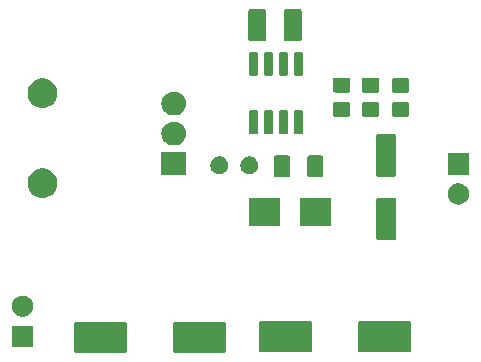
<source format=gbr>
G04 #@! TF.GenerationSoftware,KiCad,Pcbnew,5.1.5+dfsg1-2build2*
G04 #@! TF.CreationDate,2020-12-07T20:52:04+03:00*
G04 #@! TF.ProjectId,PowerNeg,506f7765-724e-4656-972e-6b696361645f,rev?*
G04 #@! TF.SameCoordinates,Original*
G04 #@! TF.FileFunction,Soldermask,Top*
G04 #@! TF.FilePolarity,Negative*
%FSLAX46Y46*%
G04 Gerber Fmt 4.6, Leading zero omitted, Abs format (unit mm)*
G04 Created by KiCad (PCBNEW 5.1.5+dfsg1-2build2) date 2020-12-07 20:52:04*
%MOMM*%
%LPD*%
G04 APERTURE LIST*
%ADD10C,0.100000*%
G04 APERTURE END LIST*
D10*
G36*
X192191934Y-102902671D02*
G01*
X192221877Y-102911754D01*
X192249465Y-102926500D01*
X192273651Y-102946349D01*
X192293500Y-102970535D01*
X192308246Y-102998123D01*
X192317329Y-103028066D01*
X192321000Y-103065340D01*
X192321000Y-105334660D01*
X192317329Y-105371934D01*
X192308246Y-105401877D01*
X192293500Y-105429465D01*
X192273651Y-105453651D01*
X192249465Y-105473500D01*
X192221877Y-105488246D01*
X192191934Y-105497329D01*
X192154660Y-105501000D01*
X187985340Y-105501000D01*
X187948066Y-105497329D01*
X187918123Y-105488246D01*
X187890535Y-105473500D01*
X187866349Y-105453651D01*
X187846500Y-105429465D01*
X187831754Y-105401877D01*
X187822671Y-105371934D01*
X187819000Y-105334660D01*
X187819000Y-103065340D01*
X187822671Y-103028066D01*
X187831754Y-102998123D01*
X187846500Y-102970535D01*
X187866349Y-102946349D01*
X187890535Y-102926500D01*
X187918123Y-102911754D01*
X187948066Y-102902671D01*
X187985340Y-102899000D01*
X192154660Y-102899000D01*
X192191934Y-102902671D01*
G37*
G36*
X183791934Y-102902671D02*
G01*
X183821877Y-102911754D01*
X183849465Y-102926500D01*
X183873651Y-102946349D01*
X183893500Y-102970535D01*
X183908246Y-102998123D01*
X183917329Y-103028066D01*
X183921000Y-103065340D01*
X183921000Y-105334660D01*
X183917329Y-105371934D01*
X183908246Y-105401877D01*
X183893500Y-105429465D01*
X183873651Y-105453651D01*
X183849465Y-105473500D01*
X183821877Y-105488246D01*
X183791934Y-105497329D01*
X183754660Y-105501000D01*
X179585340Y-105501000D01*
X179548066Y-105497329D01*
X179518123Y-105488246D01*
X179490535Y-105473500D01*
X179466349Y-105453651D01*
X179446500Y-105429465D01*
X179431754Y-105401877D01*
X179422671Y-105371934D01*
X179419000Y-105334660D01*
X179419000Y-103065340D01*
X179422671Y-103028066D01*
X179431754Y-102998123D01*
X179446500Y-102970535D01*
X179466349Y-102946349D01*
X179490535Y-102926500D01*
X179518123Y-102911754D01*
X179548066Y-102902671D01*
X179585340Y-102899000D01*
X183754660Y-102899000D01*
X183791934Y-102902671D01*
G37*
G36*
X199461934Y-102842671D02*
G01*
X199491877Y-102851754D01*
X199519465Y-102866500D01*
X199543651Y-102886349D01*
X199563500Y-102910535D01*
X199578246Y-102938123D01*
X199587329Y-102968066D01*
X199591000Y-103005340D01*
X199591000Y-105274660D01*
X199587329Y-105311934D01*
X199578246Y-105341877D01*
X199563500Y-105369465D01*
X199543651Y-105393651D01*
X199519465Y-105413500D01*
X199491877Y-105428246D01*
X199461934Y-105437329D01*
X199424660Y-105441000D01*
X195255340Y-105441000D01*
X195218066Y-105437329D01*
X195188123Y-105428246D01*
X195160535Y-105413500D01*
X195136349Y-105393651D01*
X195116500Y-105369465D01*
X195101754Y-105341877D01*
X195092671Y-105311934D01*
X195089000Y-105274660D01*
X195089000Y-103005340D01*
X195092671Y-102968066D01*
X195101754Y-102938123D01*
X195116500Y-102910535D01*
X195136349Y-102886349D01*
X195160535Y-102866500D01*
X195188123Y-102851754D01*
X195218066Y-102842671D01*
X195255340Y-102839000D01*
X199424660Y-102839000D01*
X199461934Y-102842671D01*
G37*
G36*
X207861934Y-102842671D02*
G01*
X207891877Y-102851754D01*
X207919465Y-102866500D01*
X207943651Y-102886349D01*
X207963500Y-102910535D01*
X207978246Y-102938123D01*
X207987329Y-102968066D01*
X207991000Y-103005340D01*
X207991000Y-105274660D01*
X207987329Y-105311934D01*
X207978246Y-105341877D01*
X207963500Y-105369465D01*
X207943651Y-105393651D01*
X207919465Y-105413500D01*
X207891877Y-105428246D01*
X207861934Y-105437329D01*
X207824660Y-105441000D01*
X203655340Y-105441000D01*
X203618066Y-105437329D01*
X203588123Y-105428246D01*
X203560535Y-105413500D01*
X203536349Y-105393651D01*
X203516500Y-105369465D01*
X203501754Y-105341877D01*
X203492671Y-105311934D01*
X203489000Y-105274660D01*
X203489000Y-103005340D01*
X203492671Y-102968066D01*
X203501754Y-102938123D01*
X203516500Y-102910535D01*
X203536349Y-102886349D01*
X203560535Y-102866500D01*
X203588123Y-102851754D01*
X203618066Y-102842671D01*
X203655340Y-102839000D01*
X207824660Y-102839000D01*
X207861934Y-102842671D01*
G37*
G36*
X176001000Y-105001000D02*
G01*
X174199000Y-105001000D01*
X174199000Y-103199000D01*
X176001000Y-103199000D01*
X176001000Y-105001000D01*
G37*
G36*
X175213512Y-100663927D02*
G01*
X175362812Y-100693624D01*
X175526784Y-100761544D01*
X175674354Y-100860147D01*
X175799853Y-100985646D01*
X175898456Y-101133216D01*
X175966376Y-101297188D01*
X176001000Y-101471259D01*
X176001000Y-101648741D01*
X175966376Y-101822812D01*
X175898456Y-101986784D01*
X175799853Y-102134354D01*
X175674354Y-102259853D01*
X175526784Y-102358456D01*
X175362812Y-102426376D01*
X175213512Y-102456073D01*
X175188742Y-102461000D01*
X175011258Y-102461000D01*
X174986488Y-102456073D01*
X174837188Y-102426376D01*
X174673216Y-102358456D01*
X174525646Y-102259853D01*
X174400147Y-102134354D01*
X174301544Y-101986784D01*
X174233624Y-101822812D01*
X174199000Y-101648741D01*
X174199000Y-101471259D01*
X174233624Y-101297188D01*
X174301544Y-101133216D01*
X174400147Y-100985646D01*
X174525646Y-100860147D01*
X174673216Y-100761544D01*
X174837188Y-100693624D01*
X174986488Y-100663927D01*
X175011258Y-100659000D01*
X175188742Y-100659000D01*
X175213512Y-100663927D01*
G37*
G36*
X206585997Y-92383051D02*
G01*
X206619652Y-92393261D01*
X206650665Y-92409838D01*
X206677851Y-92432149D01*
X206700162Y-92459335D01*
X206716739Y-92490348D01*
X206726949Y-92524003D01*
X206731000Y-92565138D01*
X206731000Y-95794862D01*
X206726949Y-95835997D01*
X206716739Y-95869652D01*
X206700162Y-95900665D01*
X206677851Y-95927851D01*
X206650665Y-95950162D01*
X206619652Y-95966739D01*
X206585997Y-95976949D01*
X206544862Y-95981000D01*
X205215138Y-95981000D01*
X205174003Y-95976949D01*
X205140348Y-95966739D01*
X205109335Y-95950162D01*
X205082149Y-95927851D01*
X205059838Y-95900665D01*
X205043261Y-95869652D01*
X205033051Y-95835997D01*
X205029000Y-95794862D01*
X205029000Y-92565138D01*
X205033051Y-92524003D01*
X205043261Y-92490348D01*
X205059838Y-92459335D01*
X205082149Y-92432149D01*
X205109335Y-92409838D01*
X205140348Y-92393261D01*
X205174003Y-92383051D01*
X205215138Y-92379000D01*
X206544862Y-92379000D01*
X206585997Y-92383051D01*
G37*
G36*
X196901000Y-94791000D02*
G01*
X194299000Y-94791000D01*
X194299000Y-92389000D01*
X196901000Y-92389000D01*
X196901000Y-94791000D01*
G37*
G36*
X201201000Y-94791000D02*
G01*
X198599000Y-94791000D01*
X198599000Y-92389000D01*
X201201000Y-92389000D01*
X201201000Y-94791000D01*
G37*
G36*
X212093512Y-91153927D02*
G01*
X212242812Y-91183624D01*
X212406784Y-91251544D01*
X212554354Y-91350147D01*
X212679853Y-91475646D01*
X212778456Y-91623216D01*
X212846376Y-91787188D01*
X212881000Y-91961259D01*
X212881000Y-92138741D01*
X212846376Y-92312812D01*
X212778456Y-92476784D01*
X212679853Y-92624354D01*
X212554354Y-92749853D01*
X212406784Y-92848456D01*
X212242812Y-92916376D01*
X212093512Y-92946073D01*
X212068742Y-92951000D01*
X211891258Y-92951000D01*
X211866488Y-92946073D01*
X211717188Y-92916376D01*
X211553216Y-92848456D01*
X211405646Y-92749853D01*
X211280147Y-92624354D01*
X211181544Y-92476784D01*
X211113624Y-92312812D01*
X211079000Y-92138741D01*
X211079000Y-91961259D01*
X211113624Y-91787188D01*
X211181544Y-91623216D01*
X211280147Y-91475646D01*
X211405646Y-91350147D01*
X211553216Y-91251544D01*
X211717188Y-91183624D01*
X211866488Y-91153927D01*
X211891258Y-91149000D01*
X212068742Y-91149000D01*
X212093512Y-91153927D01*
G37*
G36*
X177134903Y-89937075D02*
G01*
X177362571Y-90031378D01*
X177567466Y-90168285D01*
X177741715Y-90342534D01*
X177857505Y-90515826D01*
X177878623Y-90547431D01*
X177972925Y-90775097D01*
X178021000Y-91016786D01*
X178021000Y-91263214D01*
X177972925Y-91504903D01*
X177923918Y-91623218D01*
X177878622Y-91732571D01*
X177741715Y-91937466D01*
X177567466Y-92111715D01*
X177362571Y-92248622D01*
X177362570Y-92248623D01*
X177362569Y-92248623D01*
X177134903Y-92342925D01*
X176893214Y-92391000D01*
X176646786Y-92391000D01*
X176405097Y-92342925D01*
X176177431Y-92248623D01*
X176177430Y-92248623D01*
X176177429Y-92248622D01*
X175972534Y-92111715D01*
X175798285Y-91937466D01*
X175661378Y-91732571D01*
X175616083Y-91623218D01*
X175567075Y-91504903D01*
X175519000Y-91263214D01*
X175519000Y-91016786D01*
X175567075Y-90775097D01*
X175661377Y-90547431D01*
X175682495Y-90515826D01*
X175798285Y-90342534D01*
X175972534Y-90168285D01*
X176177429Y-90031378D01*
X176405097Y-89937075D01*
X176646786Y-89889000D01*
X176893214Y-89889000D01*
X177134903Y-89937075D01*
G37*
G36*
X200378604Y-88788347D02*
G01*
X200415144Y-88799432D01*
X200448821Y-88817433D01*
X200478341Y-88841659D01*
X200502567Y-88871179D01*
X200520568Y-88904856D01*
X200531653Y-88941396D01*
X200536000Y-88985538D01*
X200536000Y-90434462D01*
X200531653Y-90478604D01*
X200520568Y-90515144D01*
X200502567Y-90548821D01*
X200478341Y-90578341D01*
X200448821Y-90602567D01*
X200415144Y-90620568D01*
X200378604Y-90631653D01*
X200334462Y-90636000D01*
X199385538Y-90636000D01*
X199341396Y-90631653D01*
X199304856Y-90620568D01*
X199271179Y-90602567D01*
X199241659Y-90578341D01*
X199217433Y-90548821D01*
X199199432Y-90515144D01*
X199188347Y-90478604D01*
X199184000Y-90434462D01*
X199184000Y-88985538D01*
X199188347Y-88941396D01*
X199199432Y-88904856D01*
X199217433Y-88871179D01*
X199241659Y-88841659D01*
X199271179Y-88817433D01*
X199304856Y-88799432D01*
X199341396Y-88788347D01*
X199385538Y-88784000D01*
X200334462Y-88784000D01*
X200378604Y-88788347D01*
G37*
G36*
X197578604Y-88788347D02*
G01*
X197615144Y-88799432D01*
X197648821Y-88817433D01*
X197678341Y-88841659D01*
X197702567Y-88871179D01*
X197720568Y-88904856D01*
X197731653Y-88941396D01*
X197736000Y-88985538D01*
X197736000Y-90434462D01*
X197731653Y-90478604D01*
X197720568Y-90515144D01*
X197702567Y-90548821D01*
X197678341Y-90578341D01*
X197648821Y-90602567D01*
X197615144Y-90620568D01*
X197578604Y-90631653D01*
X197534462Y-90636000D01*
X196585538Y-90636000D01*
X196541396Y-90631653D01*
X196504856Y-90620568D01*
X196471179Y-90602567D01*
X196441659Y-90578341D01*
X196417433Y-90548821D01*
X196399432Y-90515144D01*
X196388347Y-90478604D01*
X196384000Y-90434462D01*
X196384000Y-88985538D01*
X196388347Y-88941396D01*
X196399432Y-88904856D01*
X196417433Y-88871179D01*
X196441659Y-88841659D01*
X196471179Y-88817433D01*
X196504856Y-88799432D01*
X196541396Y-88788347D01*
X196585538Y-88784000D01*
X197534462Y-88784000D01*
X197578604Y-88788347D01*
G37*
G36*
X206585997Y-86983051D02*
G01*
X206619652Y-86993261D01*
X206650665Y-87009838D01*
X206677851Y-87032149D01*
X206700162Y-87059335D01*
X206716739Y-87090348D01*
X206726949Y-87124003D01*
X206731000Y-87165138D01*
X206731000Y-90394862D01*
X206726949Y-90435997D01*
X206716739Y-90469652D01*
X206700162Y-90500665D01*
X206677851Y-90527851D01*
X206650665Y-90550162D01*
X206619652Y-90566739D01*
X206585997Y-90576949D01*
X206544862Y-90581000D01*
X205215138Y-90581000D01*
X205174003Y-90576949D01*
X205140348Y-90566739D01*
X205109335Y-90550162D01*
X205082149Y-90527851D01*
X205059838Y-90500665D01*
X205043261Y-90469652D01*
X205033051Y-90435997D01*
X205029000Y-90394862D01*
X205029000Y-87165138D01*
X205033051Y-87124003D01*
X205043261Y-87090348D01*
X205059838Y-87059335D01*
X205082149Y-87032149D01*
X205109335Y-87009838D01*
X205140348Y-86993261D01*
X205174003Y-86983051D01*
X205215138Y-86979000D01*
X206544862Y-86979000D01*
X206585997Y-86983051D01*
G37*
G36*
X188941000Y-90483500D02*
G01*
X186839000Y-90483500D01*
X186839000Y-88476500D01*
X188941000Y-88476500D01*
X188941000Y-90483500D01*
G37*
G36*
X212881000Y-90411000D02*
G01*
X211079000Y-90411000D01*
X211079000Y-88609000D01*
X212881000Y-88609000D01*
X212881000Y-90411000D01*
G37*
G36*
X191940528Y-88904174D02*
G01*
X191959059Y-88907860D01*
X192095732Y-88964472D01*
X192218735Y-89046660D01*
X192323340Y-89151265D01*
X192323341Y-89151267D01*
X192405529Y-89274270D01*
X192462140Y-89410941D01*
X192491000Y-89556032D01*
X192491000Y-89703968D01*
X192462140Y-89849059D01*
X192425683Y-89937075D01*
X192405528Y-89985732D01*
X192323340Y-90108735D01*
X192218735Y-90213340D01*
X192095732Y-90295528D01*
X192095731Y-90295529D01*
X192095730Y-90295529D01*
X191959059Y-90352140D01*
X191813968Y-90381000D01*
X191666032Y-90381000D01*
X191520941Y-90352140D01*
X191384270Y-90295529D01*
X191384269Y-90295529D01*
X191384268Y-90295528D01*
X191261265Y-90213340D01*
X191156660Y-90108735D01*
X191074472Y-89985732D01*
X191054318Y-89937075D01*
X191017860Y-89849059D01*
X190989000Y-89703968D01*
X190989000Y-89556032D01*
X191017860Y-89410941D01*
X191074471Y-89274270D01*
X191156659Y-89151267D01*
X191156660Y-89151265D01*
X191261265Y-89046660D01*
X191384268Y-88964472D01*
X191520941Y-88907860D01*
X191539472Y-88904174D01*
X191666032Y-88879000D01*
X191813968Y-88879000D01*
X191940528Y-88904174D01*
G37*
G36*
X194480528Y-88904174D02*
G01*
X194499059Y-88907860D01*
X194635732Y-88964472D01*
X194758735Y-89046660D01*
X194863340Y-89151265D01*
X194863341Y-89151267D01*
X194945529Y-89274270D01*
X195002140Y-89410941D01*
X195031000Y-89556032D01*
X195031000Y-89703968D01*
X195002140Y-89849059D01*
X194965683Y-89937075D01*
X194945528Y-89985732D01*
X194863340Y-90108735D01*
X194758735Y-90213340D01*
X194635732Y-90295528D01*
X194635731Y-90295529D01*
X194635730Y-90295529D01*
X194499059Y-90352140D01*
X194353968Y-90381000D01*
X194206032Y-90381000D01*
X194060941Y-90352140D01*
X193924270Y-90295529D01*
X193924269Y-90295529D01*
X193924268Y-90295528D01*
X193801265Y-90213340D01*
X193696660Y-90108735D01*
X193614472Y-89985732D01*
X193594318Y-89937075D01*
X193557860Y-89849059D01*
X193529000Y-89703968D01*
X193529000Y-89556032D01*
X193557860Y-89410941D01*
X193614471Y-89274270D01*
X193696659Y-89151267D01*
X193696660Y-89151265D01*
X193801265Y-89046660D01*
X193924268Y-88964472D01*
X194060941Y-88907860D01*
X194079472Y-88904174D01*
X194206032Y-88879000D01*
X194353968Y-88879000D01*
X194480528Y-88904174D01*
G37*
G36*
X188035936Y-85941340D02*
G01*
X188134220Y-85951020D01*
X188323381Y-86008401D01*
X188497712Y-86101583D01*
X188650515Y-86226985D01*
X188775917Y-86379788D01*
X188869099Y-86554119D01*
X188926480Y-86743280D01*
X188945855Y-86940000D01*
X188926480Y-87136720D01*
X188869099Y-87325881D01*
X188775917Y-87500212D01*
X188650515Y-87653015D01*
X188497712Y-87778417D01*
X188323381Y-87871599D01*
X188134220Y-87928980D01*
X188035936Y-87938660D01*
X187986795Y-87943500D01*
X187793205Y-87943500D01*
X187744064Y-87938660D01*
X187645780Y-87928980D01*
X187456619Y-87871599D01*
X187282288Y-87778417D01*
X187129485Y-87653015D01*
X187004083Y-87500212D01*
X186910901Y-87325881D01*
X186853520Y-87136720D01*
X186834145Y-86940000D01*
X186853520Y-86743280D01*
X186910901Y-86554119D01*
X187004083Y-86379788D01*
X187129485Y-86226985D01*
X187282288Y-86101583D01*
X187456619Y-86008401D01*
X187645780Y-85951020D01*
X187744064Y-85941340D01*
X187793205Y-85936500D01*
X187986795Y-85936500D01*
X188035936Y-85941340D01*
G37*
G36*
X198704928Y-84961764D02*
G01*
X198726009Y-84968160D01*
X198745445Y-84978548D01*
X198762476Y-84992524D01*
X198776452Y-85009555D01*
X198786840Y-85028991D01*
X198793236Y-85050072D01*
X198796000Y-85078140D01*
X198796000Y-86891860D01*
X198793236Y-86919928D01*
X198786840Y-86941009D01*
X198776452Y-86960445D01*
X198762476Y-86977476D01*
X198745445Y-86991452D01*
X198726009Y-87001840D01*
X198704928Y-87008236D01*
X198676860Y-87011000D01*
X198213140Y-87011000D01*
X198185072Y-87008236D01*
X198163991Y-87001840D01*
X198144555Y-86991452D01*
X198127524Y-86977476D01*
X198113548Y-86960445D01*
X198103160Y-86941009D01*
X198096764Y-86919928D01*
X198094000Y-86891860D01*
X198094000Y-85078140D01*
X198096764Y-85050072D01*
X198103160Y-85028991D01*
X198113548Y-85009555D01*
X198127524Y-84992524D01*
X198144555Y-84978548D01*
X198163991Y-84968160D01*
X198185072Y-84961764D01*
X198213140Y-84959000D01*
X198676860Y-84959000D01*
X198704928Y-84961764D01*
G37*
G36*
X196164928Y-84961764D02*
G01*
X196186009Y-84968160D01*
X196205445Y-84978548D01*
X196222476Y-84992524D01*
X196236452Y-85009555D01*
X196246840Y-85028991D01*
X196253236Y-85050072D01*
X196256000Y-85078140D01*
X196256000Y-86891860D01*
X196253236Y-86919928D01*
X196246840Y-86941009D01*
X196236452Y-86960445D01*
X196222476Y-86977476D01*
X196205445Y-86991452D01*
X196186009Y-87001840D01*
X196164928Y-87008236D01*
X196136860Y-87011000D01*
X195673140Y-87011000D01*
X195645072Y-87008236D01*
X195623991Y-87001840D01*
X195604555Y-86991452D01*
X195587524Y-86977476D01*
X195573548Y-86960445D01*
X195563160Y-86941009D01*
X195556764Y-86919928D01*
X195554000Y-86891860D01*
X195554000Y-85078140D01*
X195556764Y-85050072D01*
X195563160Y-85028991D01*
X195573548Y-85009555D01*
X195587524Y-84992524D01*
X195604555Y-84978548D01*
X195623991Y-84968160D01*
X195645072Y-84961764D01*
X195673140Y-84959000D01*
X196136860Y-84959000D01*
X196164928Y-84961764D01*
G37*
G36*
X194894928Y-84961764D02*
G01*
X194916009Y-84968160D01*
X194935445Y-84978548D01*
X194952476Y-84992524D01*
X194966452Y-85009555D01*
X194976840Y-85028991D01*
X194983236Y-85050072D01*
X194986000Y-85078140D01*
X194986000Y-86891860D01*
X194983236Y-86919928D01*
X194976840Y-86941009D01*
X194966452Y-86960445D01*
X194952476Y-86977476D01*
X194935445Y-86991452D01*
X194916009Y-87001840D01*
X194894928Y-87008236D01*
X194866860Y-87011000D01*
X194403140Y-87011000D01*
X194375072Y-87008236D01*
X194353991Y-87001840D01*
X194334555Y-86991452D01*
X194317524Y-86977476D01*
X194303548Y-86960445D01*
X194293160Y-86941009D01*
X194286764Y-86919928D01*
X194284000Y-86891860D01*
X194284000Y-85078140D01*
X194286764Y-85050072D01*
X194293160Y-85028991D01*
X194303548Y-85009555D01*
X194317524Y-84992524D01*
X194334555Y-84978548D01*
X194353991Y-84968160D01*
X194375072Y-84961764D01*
X194403140Y-84959000D01*
X194866860Y-84959000D01*
X194894928Y-84961764D01*
G37*
G36*
X197434928Y-84961764D02*
G01*
X197456009Y-84968160D01*
X197475445Y-84978548D01*
X197492476Y-84992524D01*
X197506452Y-85009555D01*
X197516840Y-85028991D01*
X197523236Y-85050072D01*
X197526000Y-85078140D01*
X197526000Y-86891860D01*
X197523236Y-86919928D01*
X197516840Y-86941009D01*
X197506452Y-86960445D01*
X197492476Y-86977476D01*
X197475445Y-86991452D01*
X197456009Y-87001840D01*
X197434928Y-87008236D01*
X197406860Y-87011000D01*
X196943140Y-87011000D01*
X196915072Y-87008236D01*
X196893991Y-87001840D01*
X196874555Y-86991452D01*
X196857524Y-86977476D01*
X196843548Y-86960445D01*
X196833160Y-86941009D01*
X196826764Y-86919928D01*
X196824000Y-86891860D01*
X196824000Y-85078140D01*
X196826764Y-85050072D01*
X196833160Y-85028991D01*
X196843548Y-85009555D01*
X196857524Y-84992524D01*
X196874555Y-84978548D01*
X196893991Y-84968160D01*
X196915072Y-84961764D01*
X196943140Y-84959000D01*
X197406860Y-84959000D01*
X197434928Y-84961764D01*
G37*
G36*
X207668674Y-84278465D02*
G01*
X207706367Y-84289899D01*
X207741103Y-84308466D01*
X207771548Y-84333452D01*
X207796534Y-84363897D01*
X207815101Y-84398633D01*
X207826535Y-84436326D01*
X207831000Y-84481661D01*
X207831000Y-85318339D01*
X207826535Y-85363674D01*
X207815101Y-85401367D01*
X207796534Y-85436103D01*
X207771548Y-85466548D01*
X207741103Y-85491534D01*
X207706367Y-85510101D01*
X207668674Y-85521535D01*
X207623339Y-85526000D01*
X206536661Y-85526000D01*
X206491326Y-85521535D01*
X206453633Y-85510101D01*
X206418897Y-85491534D01*
X206388452Y-85466548D01*
X206363466Y-85436103D01*
X206344899Y-85401367D01*
X206333465Y-85363674D01*
X206329000Y-85318339D01*
X206329000Y-84481661D01*
X206333465Y-84436326D01*
X206344899Y-84398633D01*
X206363466Y-84363897D01*
X206388452Y-84333452D01*
X206418897Y-84308466D01*
X206453633Y-84289899D01*
X206491326Y-84278465D01*
X206536661Y-84274000D01*
X207623339Y-84274000D01*
X207668674Y-84278465D01*
G37*
G36*
X205128674Y-84273465D02*
G01*
X205166367Y-84284899D01*
X205201103Y-84303466D01*
X205231548Y-84328452D01*
X205256534Y-84358897D01*
X205275101Y-84393633D01*
X205286535Y-84431326D01*
X205291000Y-84476661D01*
X205291000Y-85313339D01*
X205286535Y-85358674D01*
X205275101Y-85396367D01*
X205256534Y-85431103D01*
X205231548Y-85461548D01*
X205201103Y-85486534D01*
X205166367Y-85505101D01*
X205128674Y-85516535D01*
X205083339Y-85521000D01*
X203996661Y-85521000D01*
X203951326Y-85516535D01*
X203913633Y-85505101D01*
X203878897Y-85486534D01*
X203848452Y-85461548D01*
X203823466Y-85431103D01*
X203804899Y-85396367D01*
X203793465Y-85358674D01*
X203789000Y-85313339D01*
X203789000Y-84476661D01*
X203793465Y-84431326D01*
X203804899Y-84393633D01*
X203823466Y-84358897D01*
X203848452Y-84328452D01*
X203878897Y-84303466D01*
X203913633Y-84284899D01*
X203951326Y-84273465D01*
X203996661Y-84269000D01*
X205083339Y-84269000D01*
X205128674Y-84273465D01*
G37*
G36*
X202688674Y-84268465D02*
G01*
X202726367Y-84279899D01*
X202761103Y-84298466D01*
X202791548Y-84323452D01*
X202816534Y-84353897D01*
X202835101Y-84388633D01*
X202846535Y-84426326D01*
X202851000Y-84471661D01*
X202851000Y-85308339D01*
X202846535Y-85353674D01*
X202835101Y-85391367D01*
X202816534Y-85426103D01*
X202791548Y-85456548D01*
X202761103Y-85481534D01*
X202726367Y-85500101D01*
X202688674Y-85511535D01*
X202643339Y-85516000D01*
X201556661Y-85516000D01*
X201511326Y-85511535D01*
X201473633Y-85500101D01*
X201438897Y-85481534D01*
X201408452Y-85456548D01*
X201383466Y-85426103D01*
X201364899Y-85391367D01*
X201353465Y-85353674D01*
X201349000Y-85308339D01*
X201349000Y-84471661D01*
X201353465Y-84426326D01*
X201364899Y-84388633D01*
X201383466Y-84353897D01*
X201408452Y-84323452D01*
X201438897Y-84298466D01*
X201473633Y-84279899D01*
X201511326Y-84268465D01*
X201556661Y-84264000D01*
X202643339Y-84264000D01*
X202688674Y-84268465D01*
G37*
G36*
X188035936Y-83401340D02*
G01*
X188134220Y-83411020D01*
X188323381Y-83468401D01*
X188497712Y-83561583D01*
X188650515Y-83686985D01*
X188775917Y-83839788D01*
X188869099Y-84014119D01*
X188926480Y-84203280D01*
X188945855Y-84400000D01*
X188926480Y-84596720D01*
X188869099Y-84785881D01*
X188775917Y-84960212D01*
X188650515Y-85113015D01*
X188497712Y-85238417D01*
X188323381Y-85331599D01*
X188134220Y-85388980D01*
X188035936Y-85398660D01*
X187986795Y-85403500D01*
X187793205Y-85403500D01*
X187744064Y-85398660D01*
X187645780Y-85388980D01*
X187456619Y-85331599D01*
X187282288Y-85238417D01*
X187129485Y-85113015D01*
X187004083Y-84960212D01*
X186910901Y-84785881D01*
X186853520Y-84596720D01*
X186834145Y-84400000D01*
X186853520Y-84203280D01*
X186910901Y-84014119D01*
X187004083Y-83839788D01*
X187129485Y-83686985D01*
X187282288Y-83561583D01*
X187456619Y-83468401D01*
X187645780Y-83411020D01*
X187744064Y-83401340D01*
X187793205Y-83396500D01*
X187986795Y-83396500D01*
X188035936Y-83401340D01*
G37*
G36*
X177134903Y-82317075D02*
G01*
X177315830Y-82392017D01*
X177362571Y-82411378D01*
X177567466Y-82548285D01*
X177741715Y-82722534D01*
X177741716Y-82722536D01*
X177878623Y-82927431D01*
X177972925Y-83155097D01*
X178018911Y-83386282D01*
X178021000Y-83396787D01*
X178021000Y-83643213D01*
X177972925Y-83884903D01*
X177878622Y-84112571D01*
X177741715Y-84317466D01*
X177567466Y-84491715D01*
X177362571Y-84628622D01*
X177362570Y-84628623D01*
X177362569Y-84628623D01*
X177134903Y-84722925D01*
X176893214Y-84771000D01*
X176646786Y-84771000D01*
X176405097Y-84722925D01*
X176177431Y-84628623D01*
X176177430Y-84628623D01*
X176177429Y-84628622D01*
X175972534Y-84491715D01*
X175798285Y-84317466D01*
X175661378Y-84112571D01*
X175567075Y-83884903D01*
X175519000Y-83643213D01*
X175519000Y-83396787D01*
X175521090Y-83386282D01*
X175567075Y-83155097D01*
X175661377Y-82927431D01*
X175798284Y-82722536D01*
X175798285Y-82722534D01*
X175972534Y-82548285D01*
X176177429Y-82411378D01*
X176224171Y-82392017D01*
X176405097Y-82317075D01*
X176646786Y-82269000D01*
X176893214Y-82269000D01*
X177134903Y-82317075D01*
G37*
G36*
X207668674Y-82228465D02*
G01*
X207706367Y-82239899D01*
X207741103Y-82258466D01*
X207771548Y-82283452D01*
X207796534Y-82313897D01*
X207815101Y-82348633D01*
X207826535Y-82386326D01*
X207831000Y-82431661D01*
X207831000Y-83268339D01*
X207826535Y-83313674D01*
X207815101Y-83351367D01*
X207796534Y-83386103D01*
X207771548Y-83416548D01*
X207741103Y-83441534D01*
X207706367Y-83460101D01*
X207668674Y-83471535D01*
X207623339Y-83476000D01*
X206536661Y-83476000D01*
X206491326Y-83471535D01*
X206453633Y-83460101D01*
X206418897Y-83441534D01*
X206388452Y-83416548D01*
X206363466Y-83386103D01*
X206344899Y-83351367D01*
X206333465Y-83313674D01*
X206329000Y-83268339D01*
X206329000Y-82431661D01*
X206333465Y-82386326D01*
X206344899Y-82348633D01*
X206363466Y-82313897D01*
X206388452Y-82283452D01*
X206418897Y-82258466D01*
X206453633Y-82239899D01*
X206491326Y-82228465D01*
X206536661Y-82224000D01*
X207623339Y-82224000D01*
X207668674Y-82228465D01*
G37*
G36*
X205128674Y-82223465D02*
G01*
X205166367Y-82234899D01*
X205201103Y-82253466D01*
X205231548Y-82278452D01*
X205256534Y-82308897D01*
X205275101Y-82343633D01*
X205286535Y-82381326D01*
X205291000Y-82426661D01*
X205291000Y-83263339D01*
X205286535Y-83308674D01*
X205275101Y-83346367D01*
X205256534Y-83381103D01*
X205231548Y-83411548D01*
X205201103Y-83436534D01*
X205166367Y-83455101D01*
X205128674Y-83466535D01*
X205083339Y-83471000D01*
X203996661Y-83471000D01*
X203951326Y-83466535D01*
X203913633Y-83455101D01*
X203878897Y-83436534D01*
X203848452Y-83411548D01*
X203823466Y-83381103D01*
X203804899Y-83346367D01*
X203793465Y-83308674D01*
X203789000Y-83263339D01*
X203789000Y-82426661D01*
X203793465Y-82381326D01*
X203804899Y-82343633D01*
X203823466Y-82308897D01*
X203848452Y-82278452D01*
X203878897Y-82253466D01*
X203913633Y-82234899D01*
X203951326Y-82223465D01*
X203996661Y-82219000D01*
X205083339Y-82219000D01*
X205128674Y-82223465D01*
G37*
G36*
X202688674Y-82218465D02*
G01*
X202726367Y-82229899D01*
X202761103Y-82248466D01*
X202791548Y-82273452D01*
X202816534Y-82303897D01*
X202835101Y-82338633D01*
X202846535Y-82376326D01*
X202851000Y-82421661D01*
X202851000Y-83258339D01*
X202846535Y-83303674D01*
X202835101Y-83341367D01*
X202816534Y-83376103D01*
X202791548Y-83406548D01*
X202761103Y-83431534D01*
X202726367Y-83450101D01*
X202688674Y-83461535D01*
X202643339Y-83466000D01*
X201556661Y-83466000D01*
X201511326Y-83461535D01*
X201473633Y-83450101D01*
X201438897Y-83431534D01*
X201408452Y-83406548D01*
X201383466Y-83376103D01*
X201364899Y-83341367D01*
X201353465Y-83303674D01*
X201349000Y-83258339D01*
X201349000Y-82421661D01*
X201353465Y-82376326D01*
X201364899Y-82338633D01*
X201383466Y-82303897D01*
X201408452Y-82273452D01*
X201438897Y-82248466D01*
X201473633Y-82229899D01*
X201511326Y-82218465D01*
X201556661Y-82214000D01*
X202643339Y-82214000D01*
X202688674Y-82218465D01*
G37*
G36*
X198704928Y-80011764D02*
G01*
X198726009Y-80018160D01*
X198745445Y-80028548D01*
X198762476Y-80042524D01*
X198776452Y-80059555D01*
X198786840Y-80078991D01*
X198793236Y-80100072D01*
X198796000Y-80128140D01*
X198796000Y-81941860D01*
X198793236Y-81969928D01*
X198786840Y-81991009D01*
X198776452Y-82010445D01*
X198762476Y-82027476D01*
X198745445Y-82041452D01*
X198726009Y-82051840D01*
X198704928Y-82058236D01*
X198676860Y-82061000D01*
X198213140Y-82061000D01*
X198185072Y-82058236D01*
X198163991Y-82051840D01*
X198144555Y-82041452D01*
X198127524Y-82027476D01*
X198113548Y-82010445D01*
X198103160Y-81991009D01*
X198096764Y-81969928D01*
X198094000Y-81941860D01*
X198094000Y-80128140D01*
X198096764Y-80100072D01*
X198103160Y-80078991D01*
X198113548Y-80059555D01*
X198127524Y-80042524D01*
X198144555Y-80028548D01*
X198163991Y-80018160D01*
X198185072Y-80011764D01*
X198213140Y-80009000D01*
X198676860Y-80009000D01*
X198704928Y-80011764D01*
G37*
G36*
X197434928Y-80011764D02*
G01*
X197456009Y-80018160D01*
X197475445Y-80028548D01*
X197492476Y-80042524D01*
X197506452Y-80059555D01*
X197516840Y-80078991D01*
X197523236Y-80100072D01*
X197526000Y-80128140D01*
X197526000Y-81941860D01*
X197523236Y-81969928D01*
X197516840Y-81991009D01*
X197506452Y-82010445D01*
X197492476Y-82027476D01*
X197475445Y-82041452D01*
X197456009Y-82051840D01*
X197434928Y-82058236D01*
X197406860Y-82061000D01*
X196943140Y-82061000D01*
X196915072Y-82058236D01*
X196893991Y-82051840D01*
X196874555Y-82041452D01*
X196857524Y-82027476D01*
X196843548Y-82010445D01*
X196833160Y-81991009D01*
X196826764Y-81969928D01*
X196824000Y-81941860D01*
X196824000Y-80128140D01*
X196826764Y-80100072D01*
X196833160Y-80078991D01*
X196843548Y-80059555D01*
X196857524Y-80042524D01*
X196874555Y-80028548D01*
X196893991Y-80018160D01*
X196915072Y-80011764D01*
X196943140Y-80009000D01*
X197406860Y-80009000D01*
X197434928Y-80011764D01*
G37*
G36*
X196164928Y-80011764D02*
G01*
X196186009Y-80018160D01*
X196205445Y-80028548D01*
X196222476Y-80042524D01*
X196236452Y-80059555D01*
X196246840Y-80078991D01*
X196253236Y-80100072D01*
X196256000Y-80128140D01*
X196256000Y-81941860D01*
X196253236Y-81969928D01*
X196246840Y-81991009D01*
X196236452Y-82010445D01*
X196222476Y-82027476D01*
X196205445Y-82041452D01*
X196186009Y-82051840D01*
X196164928Y-82058236D01*
X196136860Y-82061000D01*
X195673140Y-82061000D01*
X195645072Y-82058236D01*
X195623991Y-82051840D01*
X195604555Y-82041452D01*
X195587524Y-82027476D01*
X195573548Y-82010445D01*
X195563160Y-81991009D01*
X195556764Y-81969928D01*
X195554000Y-81941860D01*
X195554000Y-80128140D01*
X195556764Y-80100072D01*
X195563160Y-80078991D01*
X195573548Y-80059555D01*
X195587524Y-80042524D01*
X195604555Y-80028548D01*
X195623991Y-80018160D01*
X195645072Y-80011764D01*
X195673140Y-80009000D01*
X196136860Y-80009000D01*
X196164928Y-80011764D01*
G37*
G36*
X194894928Y-80011764D02*
G01*
X194916009Y-80018160D01*
X194935445Y-80028548D01*
X194952476Y-80042524D01*
X194966452Y-80059555D01*
X194976840Y-80078991D01*
X194983236Y-80100072D01*
X194986000Y-80128140D01*
X194986000Y-81941860D01*
X194983236Y-81969928D01*
X194976840Y-81991009D01*
X194966452Y-82010445D01*
X194952476Y-82027476D01*
X194935445Y-82041452D01*
X194916009Y-82051840D01*
X194894928Y-82058236D01*
X194866860Y-82061000D01*
X194403140Y-82061000D01*
X194375072Y-82058236D01*
X194353991Y-82051840D01*
X194334555Y-82041452D01*
X194317524Y-82027476D01*
X194303548Y-82010445D01*
X194293160Y-81991009D01*
X194286764Y-81969928D01*
X194284000Y-81941860D01*
X194284000Y-80128140D01*
X194286764Y-80100072D01*
X194293160Y-80078991D01*
X194303548Y-80059555D01*
X194317524Y-80042524D01*
X194334555Y-80028548D01*
X194353991Y-80018160D01*
X194375072Y-80011764D01*
X194403140Y-80009000D01*
X194866860Y-80009000D01*
X194894928Y-80011764D01*
G37*
G36*
X195585562Y-76388181D02*
G01*
X195620481Y-76398774D01*
X195652663Y-76415976D01*
X195680873Y-76439127D01*
X195704024Y-76467337D01*
X195721226Y-76499519D01*
X195731819Y-76534438D01*
X195736000Y-76576895D01*
X195736000Y-78943105D01*
X195731819Y-78985562D01*
X195721226Y-79020481D01*
X195704024Y-79052663D01*
X195680873Y-79080873D01*
X195652663Y-79104024D01*
X195620481Y-79121226D01*
X195585562Y-79131819D01*
X195543105Y-79136000D01*
X194401895Y-79136000D01*
X194359438Y-79131819D01*
X194324519Y-79121226D01*
X194292337Y-79104024D01*
X194264127Y-79080873D01*
X194240976Y-79052663D01*
X194223774Y-79020481D01*
X194213181Y-78985562D01*
X194209000Y-78943105D01*
X194209000Y-76576895D01*
X194213181Y-76534438D01*
X194223774Y-76499519D01*
X194240976Y-76467337D01*
X194264127Y-76439127D01*
X194292337Y-76415976D01*
X194324519Y-76398774D01*
X194359438Y-76388181D01*
X194401895Y-76384000D01*
X195543105Y-76384000D01*
X195585562Y-76388181D01*
G37*
G36*
X198560562Y-76388181D02*
G01*
X198595481Y-76398774D01*
X198627663Y-76415976D01*
X198655873Y-76439127D01*
X198679024Y-76467337D01*
X198696226Y-76499519D01*
X198706819Y-76534438D01*
X198711000Y-76576895D01*
X198711000Y-78943105D01*
X198706819Y-78985562D01*
X198696226Y-79020481D01*
X198679024Y-79052663D01*
X198655873Y-79080873D01*
X198627663Y-79104024D01*
X198595481Y-79121226D01*
X198560562Y-79131819D01*
X198518105Y-79136000D01*
X197376895Y-79136000D01*
X197334438Y-79131819D01*
X197299519Y-79121226D01*
X197267337Y-79104024D01*
X197239127Y-79080873D01*
X197215976Y-79052663D01*
X197198774Y-79020481D01*
X197188181Y-78985562D01*
X197184000Y-78943105D01*
X197184000Y-76576895D01*
X197188181Y-76534438D01*
X197198774Y-76499519D01*
X197215976Y-76467337D01*
X197239127Y-76439127D01*
X197267337Y-76415976D01*
X197299519Y-76398774D01*
X197334438Y-76388181D01*
X197376895Y-76384000D01*
X198518105Y-76384000D01*
X198560562Y-76388181D01*
G37*
M02*

</source>
